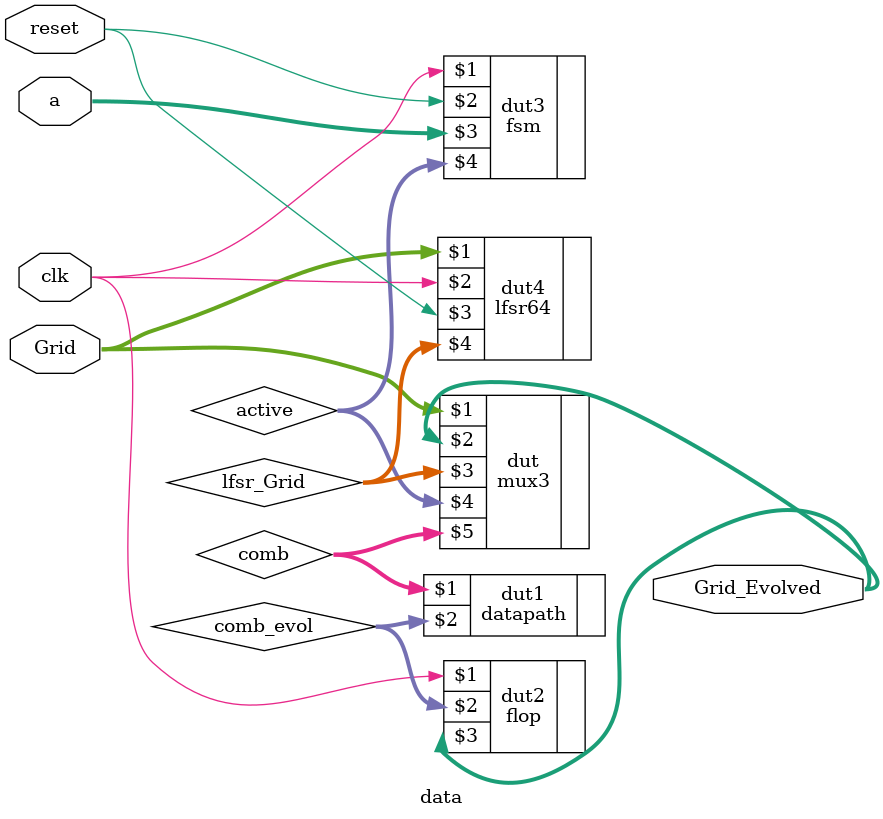
<source format=sv>
/*module rca (Grid,active,Grid_Evolved);
input logic [63:0]Grid
input logic active;
output logic [63:0]Grid_Evolved;

input logic [63:0]comb;

i
  Grid=64'h0412_6424_0034_3C28;

 fsm dut(Grid,Grid_Evolved);
typedef enum 	logic [63:0] {S0,S1,S2} statetype;
   statetype state, nextstate;

   always_ff @(posedge clk, posedge reset)
     if (reset) state <= S0;
     else       state <= nextstate;
  always_comb
     case (state)
       S0: begin
        state<=S0;
mux2 dut(Grid,Grid_Evolved,active,comb);
  if(active){
        nextstate<=S1;
  }
  else if(!active){
        nextstate<=S2;
  }
  else{
      nextstate<=S0;
}
    end

S1:begin
    datapath dut1(comb,Grid_Evolved);
end
S2:begin
flop dut(clk,comb,Grid)
end

endmodule
*/
module data(Grid, clk, reset, a, Grid_Evolved);
input logic [63:0]Grid;
input logic clk;
input logic reset;
input logic [1:0]a;
output logic [63:0]Grid_Evolved;
logic [63:0]comb;
logic [63:0]comb_evol;
logic [63:0]lfsr_Grid;
logic [1:0]active;
/*


module mux4 #(parameter WIDTH = 8) (
  input  logic [WIDTH-1:0] d0, d1, d2, d3,
  input  logic [1:0]       s, 
  output logic [WIDTH-1:0] y);

  assign y = s[1] ? (s[0] ? d3 : d2) : (s[0] ? d1 : d0); 
endmodule
*/
lfsr64 dut4(Grid,clk,reset,lfsr_Grid);
mux3 dut(Grid,Grid_Evolved,lfsr_Grid,active,comb);
datapath dut1(comb, comb_evol);
flop dut2(clk, comb_evol, Grid_Evolved);
fsm dut3(clk,reset, a ,active);

/*


module flopen #(parameter WIDTH = 8) (

*/
//module lfsr64 (seed, clk, reset, shift_seed);


endmodule
</source>
